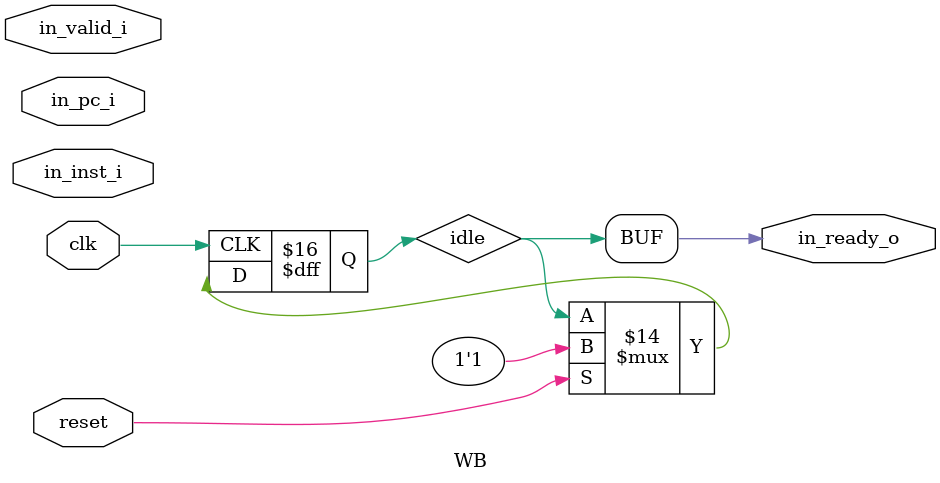
<source format=v>
module NPCCORE_TEST (
    input                                     clk,
    input                                   reset,
    // 指令相关
    input                         inst_req_ready_i,
    output  [31:0]                inst_req_addr_o ,
    output                        inst_req_valid_o,
    input                         inst_ret_valid_i,
    input   [31:0]                inst_ret_addr_i ,
    input   [31:0]                inst_ret_rdata_i,
    output                        inst_ret_ready_o,
    output                            inst_flush_o,
    // 数据相关
    input    [31:0]               mem_ret_rdata_i,
    input                         mem_ret_ready_i,
    output   [31:0]               mem_req_addr_o ,
    output                        mem_req_valid_o,
    output                        mem_req_ren_o  ,
    output                        mem_req_wen_o  ,
    output   [3:0]                mem_req_mask_o ,
    output   [2:0]                mem_req_size_o ,
    output                        mem_req_use_o  ,
    output   [31:0]               mem_req_wdata_o
);

    assign mem_req_addr_o = 0;
    assign mem_req_valid_o = 0;
    assign mem_req_ren_o = 0;
    assign mem_req_wen_o = 0;
    assign mem_req_mask_o = 0;
    assign mem_req_size_o = 0;
    assign mem_req_use_o = 0;
    assign mem_req_wdata_o = 0;

    wire branch_valid;
    wire id_ex_valid;
    wire id_ex_ready;
    wire ex_mem_valid;
    wire ex_mem_ready;
    wire mem_wb_valid;
    wire mem_wb_ready;
    wire [31:0] id_ex_pc;
    wire [31:0] id_ex_inst;
    wire [31:0] ex_mem_pc;
    wire [31:0] ex_mem_inst;
    wire [31:0] mem_wb_pc;
    wire [31:0] mem_wb_inst;
    wire [31:0] branch_npc;
    IF u_IF(
        .clk         	(clk               ),
        .reset       	(reset             ),
        .flush          (branch_valid      ),
        .branch_npc     (branch_npc        ),
        .out_ready_i 	(inst_req_ready_i  ),
        .out_pc_o    	(inst_req_addr_o   ),
        .out_valid_o 	(inst_req_valid_o  )
    );

    ID u_ID(
        .clk         	(clk               ),
        .reset       	(reset             ),
        .flush       	(branch_valid      ),
        .in_valid_i  	(inst_ret_valid_i  ),
        .in_pc_i     	(inst_ret_addr_i   ),
        .in_inst_i   	(inst_ret_rdata_i  ),
        .in_ready_o  	(inst_ret_ready_o  ),
        .out_ready_i 	(id_ex_ready       ),
        .out_pc_o    	(id_ex_pc          ),
        .out_inst_o  	(id_ex_inst        ),
        .out_valid_o 	(id_ex_valid       )
    );

    EX u_EX(
        .clk          	(clk               ),
        .reset        	(reset             ),
        .in_valid_i   	(id_ex_valid       ),
        .in_pc_i      	(id_ex_pc          ),
        .in_inst_i    	(id_ex_inst        ),
        .in_ready_o   	(id_ex_ready       ),
        .out_ready_i    (ex_mem_ready      ),
        .out_pc_o       (ex_mem_pc         ),
        .out_inst_o     (ex_mem_inst       ),
        .out_valid_o    (ex_mem_valid      ),
        .branch_valid 	(branch_valid      ),
        .branch_npc   	(branch_npc        )
    );

    
    MEM u_MEM(
        .clk         	(clk               ),
        .reset       	(reset             ),
        .in_valid_i  	(ex_mem_valid      ),
        .in_pc_i     	(ex_mem_pc         ),
        .in_inst_i   	(ex_mem_inst       ),
        .in_ready_o  	(ex_mem_ready      ),
        .out_ready_i 	(mem_wb_ready      ),
        .out_pc_o    	(mem_wb_pc         ),
        .out_inst_o  	(mem_wb_inst       ),
        .out_valid_o 	(mem_wb_valid      )
    );

    WB u_WB(
        .clk        	(clk               ),
        .reset      	(reset             ),
        .in_valid_i 	(mem_wb_valid      ),
        .in_pc_i    	(mem_wb_pc         ),
        .in_inst_i  	(mem_wb_inst       ),
        .in_ready_o 	(mem_wb_ready      )
    );

    assign inst_flush_o = branch_valid;
endmodule

module IF(
    input clk,
    input reset,
    input flush,
    input [31:0] branch_npc,
    input out_ready_i,
    output [31:0] out_pc_o,    
    output out_valid_o
);
    reg [31:0] pc;
    reg idle;
    wire out_fire = out_ready_i & out_valid_o;
    wire [31:0] next_pc = pc + 32'h4;
    always @(posedge clk) begin
        if(reset) begin
            idle <= 1;
            pc <= 32'h3000_0000;
        end else begin
            idle <= 0;
            if(flush) begin
                pc <= branch_npc;
            end else if(out_fire) begin
                pc <= next_pc;
            end
        end
    end
    assign out_pc_o = pc;
    assign out_valid_o = !(idle || flush);
endmodule //IF

module ID(
    input clk,
    input reset,
    input flush,
    input in_valid_i,
    input [31:0] in_pc_i,
    input [31:0] in_inst_i,
    output in_ready_o,
    input out_ready_i,
    output [31:0] out_pc_o,
    output [31:0] out_inst_o,
    output out_valid_o
);
    reg idle;
    reg [31:0] id_pc;
    reg [31:0] id_inst;
    wire in_fire = in_valid_i & in_ready_o;
    wire out_fire = out_valid_o & out_ready_i;
    wire ready_go = 1;
    always @(posedge clk) begin
        if(reset) begin
            idle <= 1;
            id_pc <= 0;
            id_inst <= 0;
        end else begin
            if(flush) begin
                idle <= 1;
            end else if(in_fire) begin
                idle <= 0;
                id_pc <= in_pc_i;
                id_inst <= in_inst_i;
            end else if(out_fire) begin
                idle <= 1;
            end
        end
    end
    assign in_ready_o = idle || out_fire;
    assign out_pc_o = id_pc;
    assign out_inst_o = id_inst;
    assign out_valid_o = !(idle || flush) && ready_go;
endmodule //ID

module EX(
    input clk,
    input reset,
    input in_valid_i,
    input [31:0] in_pc_i,
    input [31:0] in_inst_i,
    output in_ready_o,
    input out_ready_i,
    output [31:0] out_pc_o,
    output [31:0] out_inst_o,
    output out_valid_o,
    output branch_valid, 
    output [31:0] branch_npc
); 
    reg idle;
    reg [31:0] ex_pc;
    reg [31:0] ex_inst;
    wire in_fire = in_valid_i & in_ready_o;
    wire out_fire = out_valid_o & out_ready_i;
    wire ready_go = 1;
    always @(posedge clk) begin
        if(reset) begin
            idle <= 1;
            ex_pc <= 0;
            ex_inst <= 0;
        end else begin
            if(in_fire) begin
                idle <= 0;
                ex_pc <= in_pc_i;
                ex_inst <= in_inst_i;
            end else if(out_fire) begin
                idle <= 1;
            end
        end
    end

    assign in_ready_o = idle || out_fire;
    assign out_pc_o = ex_pc;
    assign out_inst_o = ex_inst;
    assign out_valid_o = !idle && ready_go;
    assign branch_valid = out_valid_o && (ex_pc == 32'h3000_0020);
    assign branch_npc = 32'ha000_0000;
endmodule //EX

module MEM(
    input clk,
    input reset,
    input in_valid_i,
    input [31:0] in_pc_i,
    input [31:0] in_inst_i,
    output in_ready_o,
    input out_ready_i,
    output [31:0] out_pc_o,
    output [31:0] out_inst_o,
    output out_valid_o
);
    reg idle;
    reg [31:0] mem_pc;
    reg [31:0] mem_inst;
    wire in_fire = in_valid_i & in_ready_o;
    wire out_fire = out_valid_o & out_ready_i;
    wire ready_go = 1;
    always @(posedge clk) begin
        if(reset) begin
            idle <= 1;
            mem_pc <= 0;
            mem_inst <= 0;
        end else begin
            if(in_fire) begin
                idle <= 0;
                mem_pc <= in_pc_i;
                mem_inst <= in_inst_i;
            end else if(out_fire) begin
                idle <= 1;
            end
        end
    end
    assign in_ready_o = idle || out_fire;
    assign out_valid_o = !idle && ready_go;
    assign out_pc_o = mem_pc;
    assign out_inst_o = mem_inst;
endmodule //ID

module WB(
    input clk,
    input reset,
    input in_valid_i,
    input [31:0] in_pc_i,
    input [31:0] in_inst_i,
    output in_ready_o
); 
    reg idle;
    reg [31:0] wb_pc;
    reg [31:0] wb_inst;
    wire in_fire = in_valid_i & in_ready_o;
    always @(posedge clk) begin
        if(reset) begin
            idle <= 1;
            wb_pc <= 0;
            wb_inst <= 0;
        end else begin
            if(in_fire) begin
                wb_pc <= in_pc_i;
                wb_inst <= in_inst_i;
            end
        end
    end

    assign in_ready_o = idle;
endmodule //MEM

</source>
